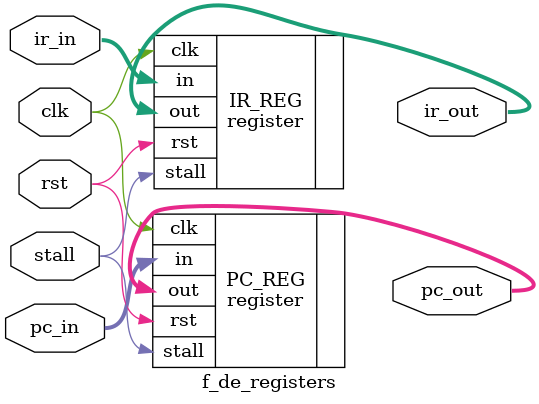
<source format=sv>
module f_de_registers(
    input logic clk, rst, stall,
    input logic [31:0] pc_in, ir_in,
    output logic [31:0] pc_out, ir_out
);

    register PC_REG(
        .clk(clk),
        .rst(rst),
        .stall(stall),
        .in(pc_in),
        .out(pc_out)
    );

    register IR_REG(
        .clk(clk),
        .rst(rst),
        .stall(stall),
        .in(ir_in),
        .out(ir_out)
    );

endmodule
</source>
